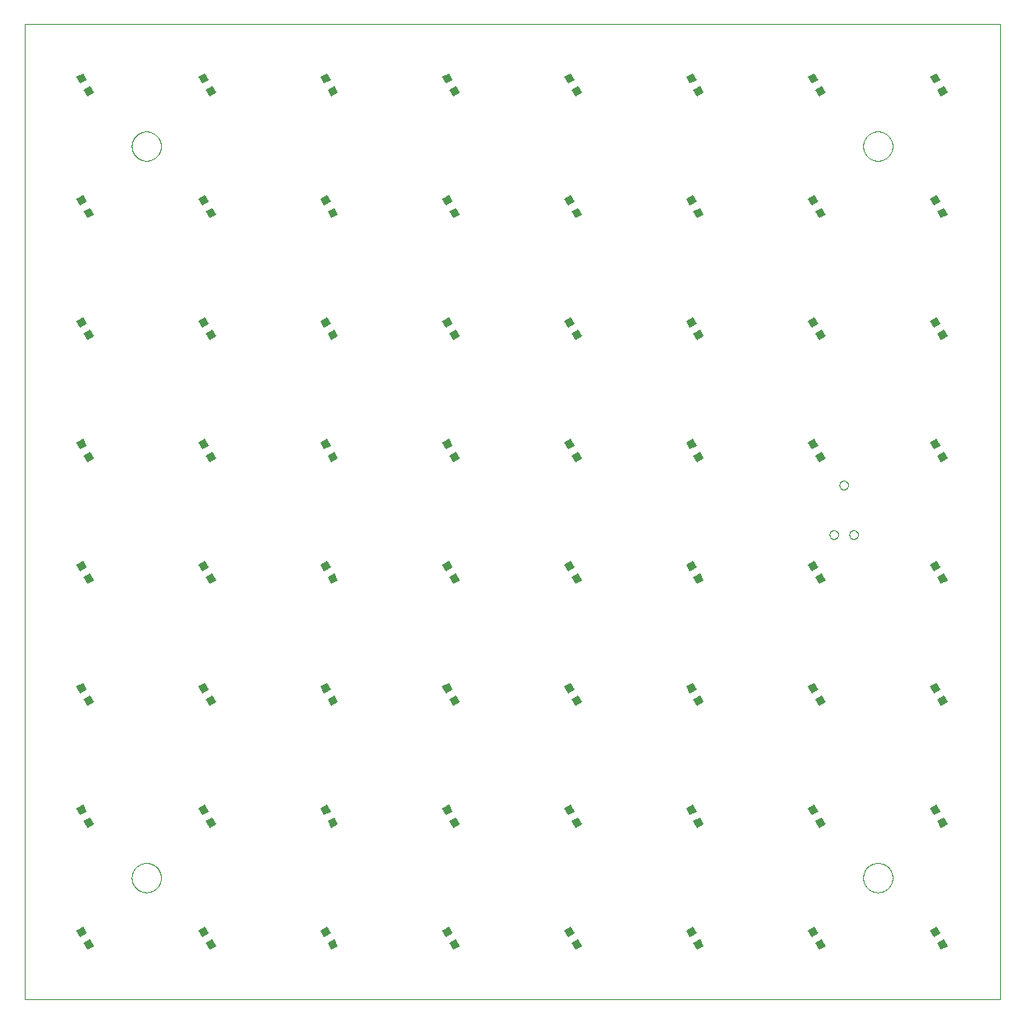
<source format=gbp>
G75*
%MOIN*%
%OFA0B0*%
%FSLAX25Y25*%
%IPPOS*%
%LPD*%
%AMOC8*
5,1,8,0,0,1.08239X$1,22.5*
%
%ADD10C,0.00000*%
%ADD11R,0.03150X0.03150*%
D10*
X0028775Y0011058D02*
X0028775Y0404759D01*
X0422476Y0404759D01*
X0422476Y0011058D01*
X0028775Y0011058D01*
X0072081Y0060271D02*
X0072083Y0060424D01*
X0072089Y0060578D01*
X0072099Y0060731D01*
X0072113Y0060883D01*
X0072131Y0061036D01*
X0072153Y0061187D01*
X0072178Y0061338D01*
X0072208Y0061489D01*
X0072242Y0061639D01*
X0072279Y0061787D01*
X0072320Y0061935D01*
X0072365Y0062081D01*
X0072414Y0062227D01*
X0072467Y0062371D01*
X0072523Y0062513D01*
X0072583Y0062654D01*
X0072647Y0062794D01*
X0072714Y0062932D01*
X0072785Y0063068D01*
X0072860Y0063202D01*
X0072937Y0063334D01*
X0073019Y0063464D01*
X0073103Y0063592D01*
X0073191Y0063718D01*
X0073282Y0063841D01*
X0073376Y0063962D01*
X0073474Y0064080D01*
X0073574Y0064196D01*
X0073678Y0064309D01*
X0073784Y0064420D01*
X0073893Y0064528D01*
X0074005Y0064633D01*
X0074119Y0064734D01*
X0074237Y0064833D01*
X0074356Y0064929D01*
X0074478Y0065022D01*
X0074603Y0065111D01*
X0074730Y0065198D01*
X0074859Y0065280D01*
X0074990Y0065360D01*
X0075123Y0065436D01*
X0075258Y0065509D01*
X0075395Y0065578D01*
X0075534Y0065643D01*
X0075674Y0065705D01*
X0075816Y0065763D01*
X0075959Y0065818D01*
X0076104Y0065869D01*
X0076250Y0065916D01*
X0076397Y0065959D01*
X0076545Y0065998D01*
X0076694Y0066034D01*
X0076844Y0066065D01*
X0076995Y0066093D01*
X0077146Y0066117D01*
X0077299Y0066137D01*
X0077451Y0066153D01*
X0077604Y0066165D01*
X0077757Y0066173D01*
X0077910Y0066177D01*
X0078064Y0066177D01*
X0078217Y0066173D01*
X0078370Y0066165D01*
X0078523Y0066153D01*
X0078675Y0066137D01*
X0078828Y0066117D01*
X0078979Y0066093D01*
X0079130Y0066065D01*
X0079280Y0066034D01*
X0079429Y0065998D01*
X0079577Y0065959D01*
X0079724Y0065916D01*
X0079870Y0065869D01*
X0080015Y0065818D01*
X0080158Y0065763D01*
X0080300Y0065705D01*
X0080440Y0065643D01*
X0080579Y0065578D01*
X0080716Y0065509D01*
X0080851Y0065436D01*
X0080984Y0065360D01*
X0081115Y0065280D01*
X0081244Y0065198D01*
X0081371Y0065111D01*
X0081496Y0065022D01*
X0081618Y0064929D01*
X0081737Y0064833D01*
X0081855Y0064734D01*
X0081969Y0064633D01*
X0082081Y0064528D01*
X0082190Y0064420D01*
X0082296Y0064309D01*
X0082400Y0064196D01*
X0082500Y0064080D01*
X0082598Y0063962D01*
X0082692Y0063841D01*
X0082783Y0063718D01*
X0082871Y0063592D01*
X0082955Y0063464D01*
X0083037Y0063334D01*
X0083114Y0063202D01*
X0083189Y0063068D01*
X0083260Y0062932D01*
X0083327Y0062794D01*
X0083391Y0062654D01*
X0083451Y0062513D01*
X0083507Y0062371D01*
X0083560Y0062227D01*
X0083609Y0062081D01*
X0083654Y0061935D01*
X0083695Y0061787D01*
X0083732Y0061639D01*
X0083766Y0061489D01*
X0083796Y0061338D01*
X0083821Y0061187D01*
X0083843Y0061036D01*
X0083861Y0060883D01*
X0083875Y0060731D01*
X0083885Y0060578D01*
X0083891Y0060424D01*
X0083893Y0060271D01*
X0083891Y0060118D01*
X0083885Y0059964D01*
X0083875Y0059811D01*
X0083861Y0059659D01*
X0083843Y0059506D01*
X0083821Y0059355D01*
X0083796Y0059204D01*
X0083766Y0059053D01*
X0083732Y0058903D01*
X0083695Y0058755D01*
X0083654Y0058607D01*
X0083609Y0058461D01*
X0083560Y0058315D01*
X0083507Y0058171D01*
X0083451Y0058029D01*
X0083391Y0057888D01*
X0083327Y0057748D01*
X0083260Y0057610D01*
X0083189Y0057474D01*
X0083114Y0057340D01*
X0083037Y0057208D01*
X0082955Y0057078D01*
X0082871Y0056950D01*
X0082783Y0056824D01*
X0082692Y0056701D01*
X0082598Y0056580D01*
X0082500Y0056462D01*
X0082400Y0056346D01*
X0082296Y0056233D01*
X0082190Y0056122D01*
X0082081Y0056014D01*
X0081969Y0055909D01*
X0081855Y0055808D01*
X0081737Y0055709D01*
X0081618Y0055613D01*
X0081496Y0055520D01*
X0081371Y0055431D01*
X0081244Y0055344D01*
X0081115Y0055262D01*
X0080984Y0055182D01*
X0080851Y0055106D01*
X0080716Y0055033D01*
X0080579Y0054964D01*
X0080440Y0054899D01*
X0080300Y0054837D01*
X0080158Y0054779D01*
X0080015Y0054724D01*
X0079870Y0054673D01*
X0079724Y0054626D01*
X0079577Y0054583D01*
X0079429Y0054544D01*
X0079280Y0054508D01*
X0079130Y0054477D01*
X0078979Y0054449D01*
X0078828Y0054425D01*
X0078675Y0054405D01*
X0078523Y0054389D01*
X0078370Y0054377D01*
X0078217Y0054369D01*
X0078064Y0054365D01*
X0077910Y0054365D01*
X0077757Y0054369D01*
X0077604Y0054377D01*
X0077451Y0054389D01*
X0077299Y0054405D01*
X0077146Y0054425D01*
X0076995Y0054449D01*
X0076844Y0054477D01*
X0076694Y0054508D01*
X0076545Y0054544D01*
X0076397Y0054583D01*
X0076250Y0054626D01*
X0076104Y0054673D01*
X0075959Y0054724D01*
X0075816Y0054779D01*
X0075674Y0054837D01*
X0075534Y0054899D01*
X0075395Y0054964D01*
X0075258Y0055033D01*
X0075123Y0055106D01*
X0074990Y0055182D01*
X0074859Y0055262D01*
X0074730Y0055344D01*
X0074603Y0055431D01*
X0074478Y0055520D01*
X0074356Y0055613D01*
X0074237Y0055709D01*
X0074119Y0055808D01*
X0074005Y0055909D01*
X0073893Y0056014D01*
X0073784Y0056122D01*
X0073678Y0056233D01*
X0073574Y0056346D01*
X0073474Y0056462D01*
X0073376Y0056580D01*
X0073282Y0056701D01*
X0073191Y0056824D01*
X0073103Y0056950D01*
X0073019Y0057078D01*
X0072937Y0057208D01*
X0072860Y0057340D01*
X0072785Y0057474D01*
X0072714Y0057610D01*
X0072647Y0057748D01*
X0072583Y0057888D01*
X0072523Y0058029D01*
X0072467Y0058171D01*
X0072414Y0058315D01*
X0072365Y0058461D01*
X0072320Y0058607D01*
X0072279Y0058755D01*
X0072242Y0058903D01*
X0072208Y0059053D01*
X0072178Y0059204D01*
X0072153Y0059355D01*
X0072131Y0059506D01*
X0072113Y0059659D01*
X0072099Y0059811D01*
X0072089Y0059964D01*
X0072083Y0060118D01*
X0072081Y0060271D01*
X0353733Y0198735D02*
X0353735Y0198818D01*
X0353741Y0198901D01*
X0353751Y0198984D01*
X0353765Y0199066D01*
X0353782Y0199148D01*
X0353804Y0199228D01*
X0353829Y0199307D01*
X0353858Y0199385D01*
X0353891Y0199462D01*
X0353928Y0199537D01*
X0353967Y0199610D01*
X0354011Y0199681D01*
X0354057Y0199750D01*
X0354107Y0199817D01*
X0354160Y0199881D01*
X0354216Y0199943D01*
X0354275Y0200002D01*
X0354337Y0200058D01*
X0354401Y0200111D01*
X0354468Y0200161D01*
X0354537Y0200207D01*
X0354608Y0200251D01*
X0354681Y0200290D01*
X0354756Y0200327D01*
X0354833Y0200360D01*
X0354911Y0200389D01*
X0354990Y0200414D01*
X0355070Y0200436D01*
X0355152Y0200453D01*
X0355234Y0200467D01*
X0355317Y0200477D01*
X0355400Y0200483D01*
X0355483Y0200485D01*
X0355566Y0200483D01*
X0355649Y0200477D01*
X0355732Y0200467D01*
X0355814Y0200453D01*
X0355896Y0200436D01*
X0355976Y0200414D01*
X0356055Y0200389D01*
X0356133Y0200360D01*
X0356210Y0200327D01*
X0356285Y0200290D01*
X0356358Y0200251D01*
X0356429Y0200207D01*
X0356498Y0200161D01*
X0356565Y0200111D01*
X0356629Y0200058D01*
X0356691Y0200002D01*
X0356750Y0199943D01*
X0356806Y0199881D01*
X0356859Y0199817D01*
X0356909Y0199750D01*
X0356955Y0199681D01*
X0356999Y0199610D01*
X0357038Y0199537D01*
X0357075Y0199462D01*
X0357108Y0199385D01*
X0357137Y0199307D01*
X0357162Y0199228D01*
X0357184Y0199148D01*
X0357201Y0199066D01*
X0357215Y0198984D01*
X0357225Y0198901D01*
X0357231Y0198818D01*
X0357233Y0198735D01*
X0357231Y0198652D01*
X0357225Y0198569D01*
X0357215Y0198486D01*
X0357201Y0198404D01*
X0357184Y0198322D01*
X0357162Y0198242D01*
X0357137Y0198163D01*
X0357108Y0198085D01*
X0357075Y0198008D01*
X0357038Y0197933D01*
X0356999Y0197860D01*
X0356955Y0197789D01*
X0356909Y0197720D01*
X0356859Y0197653D01*
X0356806Y0197589D01*
X0356750Y0197527D01*
X0356691Y0197468D01*
X0356629Y0197412D01*
X0356565Y0197359D01*
X0356498Y0197309D01*
X0356429Y0197263D01*
X0356358Y0197219D01*
X0356285Y0197180D01*
X0356210Y0197143D01*
X0356133Y0197110D01*
X0356055Y0197081D01*
X0355976Y0197056D01*
X0355896Y0197034D01*
X0355814Y0197017D01*
X0355732Y0197003D01*
X0355649Y0196993D01*
X0355566Y0196987D01*
X0355483Y0196985D01*
X0355400Y0196987D01*
X0355317Y0196993D01*
X0355234Y0197003D01*
X0355152Y0197017D01*
X0355070Y0197034D01*
X0354990Y0197056D01*
X0354911Y0197081D01*
X0354833Y0197110D01*
X0354756Y0197143D01*
X0354681Y0197180D01*
X0354608Y0197219D01*
X0354537Y0197263D01*
X0354468Y0197309D01*
X0354401Y0197359D01*
X0354337Y0197412D01*
X0354275Y0197468D01*
X0354216Y0197527D01*
X0354160Y0197589D01*
X0354107Y0197653D01*
X0354057Y0197720D01*
X0354011Y0197789D01*
X0353967Y0197860D01*
X0353928Y0197933D01*
X0353891Y0198008D01*
X0353858Y0198085D01*
X0353829Y0198163D01*
X0353804Y0198242D01*
X0353782Y0198322D01*
X0353765Y0198404D01*
X0353751Y0198486D01*
X0353741Y0198569D01*
X0353735Y0198652D01*
X0353733Y0198735D01*
X0361733Y0198735D02*
X0361735Y0198818D01*
X0361741Y0198901D01*
X0361751Y0198984D01*
X0361765Y0199066D01*
X0361782Y0199148D01*
X0361804Y0199228D01*
X0361829Y0199307D01*
X0361858Y0199385D01*
X0361891Y0199462D01*
X0361928Y0199537D01*
X0361967Y0199610D01*
X0362011Y0199681D01*
X0362057Y0199750D01*
X0362107Y0199817D01*
X0362160Y0199881D01*
X0362216Y0199943D01*
X0362275Y0200002D01*
X0362337Y0200058D01*
X0362401Y0200111D01*
X0362468Y0200161D01*
X0362537Y0200207D01*
X0362608Y0200251D01*
X0362681Y0200290D01*
X0362756Y0200327D01*
X0362833Y0200360D01*
X0362911Y0200389D01*
X0362990Y0200414D01*
X0363070Y0200436D01*
X0363152Y0200453D01*
X0363234Y0200467D01*
X0363317Y0200477D01*
X0363400Y0200483D01*
X0363483Y0200485D01*
X0363566Y0200483D01*
X0363649Y0200477D01*
X0363732Y0200467D01*
X0363814Y0200453D01*
X0363896Y0200436D01*
X0363976Y0200414D01*
X0364055Y0200389D01*
X0364133Y0200360D01*
X0364210Y0200327D01*
X0364285Y0200290D01*
X0364358Y0200251D01*
X0364429Y0200207D01*
X0364498Y0200161D01*
X0364565Y0200111D01*
X0364629Y0200058D01*
X0364691Y0200002D01*
X0364750Y0199943D01*
X0364806Y0199881D01*
X0364859Y0199817D01*
X0364909Y0199750D01*
X0364955Y0199681D01*
X0364999Y0199610D01*
X0365038Y0199537D01*
X0365075Y0199462D01*
X0365108Y0199385D01*
X0365137Y0199307D01*
X0365162Y0199228D01*
X0365184Y0199148D01*
X0365201Y0199066D01*
X0365215Y0198984D01*
X0365225Y0198901D01*
X0365231Y0198818D01*
X0365233Y0198735D01*
X0365231Y0198652D01*
X0365225Y0198569D01*
X0365215Y0198486D01*
X0365201Y0198404D01*
X0365184Y0198322D01*
X0365162Y0198242D01*
X0365137Y0198163D01*
X0365108Y0198085D01*
X0365075Y0198008D01*
X0365038Y0197933D01*
X0364999Y0197860D01*
X0364955Y0197789D01*
X0364909Y0197720D01*
X0364859Y0197653D01*
X0364806Y0197589D01*
X0364750Y0197527D01*
X0364691Y0197468D01*
X0364629Y0197412D01*
X0364565Y0197359D01*
X0364498Y0197309D01*
X0364429Y0197263D01*
X0364358Y0197219D01*
X0364285Y0197180D01*
X0364210Y0197143D01*
X0364133Y0197110D01*
X0364055Y0197081D01*
X0363976Y0197056D01*
X0363896Y0197034D01*
X0363814Y0197017D01*
X0363732Y0197003D01*
X0363649Y0196993D01*
X0363566Y0196987D01*
X0363483Y0196985D01*
X0363400Y0196987D01*
X0363317Y0196993D01*
X0363234Y0197003D01*
X0363152Y0197017D01*
X0363070Y0197034D01*
X0362990Y0197056D01*
X0362911Y0197081D01*
X0362833Y0197110D01*
X0362756Y0197143D01*
X0362681Y0197180D01*
X0362608Y0197219D01*
X0362537Y0197263D01*
X0362468Y0197309D01*
X0362401Y0197359D01*
X0362337Y0197412D01*
X0362275Y0197468D01*
X0362216Y0197527D01*
X0362160Y0197589D01*
X0362107Y0197653D01*
X0362057Y0197720D01*
X0362011Y0197789D01*
X0361967Y0197860D01*
X0361928Y0197933D01*
X0361891Y0198008D01*
X0361858Y0198085D01*
X0361829Y0198163D01*
X0361804Y0198242D01*
X0361782Y0198322D01*
X0361765Y0198404D01*
X0361751Y0198486D01*
X0361741Y0198569D01*
X0361735Y0198652D01*
X0361733Y0198735D01*
X0357733Y0218735D02*
X0357735Y0218818D01*
X0357741Y0218901D01*
X0357751Y0218984D01*
X0357765Y0219066D01*
X0357782Y0219148D01*
X0357804Y0219228D01*
X0357829Y0219307D01*
X0357858Y0219385D01*
X0357891Y0219462D01*
X0357928Y0219537D01*
X0357967Y0219610D01*
X0358011Y0219681D01*
X0358057Y0219750D01*
X0358107Y0219817D01*
X0358160Y0219881D01*
X0358216Y0219943D01*
X0358275Y0220002D01*
X0358337Y0220058D01*
X0358401Y0220111D01*
X0358468Y0220161D01*
X0358537Y0220207D01*
X0358608Y0220251D01*
X0358681Y0220290D01*
X0358756Y0220327D01*
X0358833Y0220360D01*
X0358911Y0220389D01*
X0358990Y0220414D01*
X0359070Y0220436D01*
X0359152Y0220453D01*
X0359234Y0220467D01*
X0359317Y0220477D01*
X0359400Y0220483D01*
X0359483Y0220485D01*
X0359566Y0220483D01*
X0359649Y0220477D01*
X0359732Y0220467D01*
X0359814Y0220453D01*
X0359896Y0220436D01*
X0359976Y0220414D01*
X0360055Y0220389D01*
X0360133Y0220360D01*
X0360210Y0220327D01*
X0360285Y0220290D01*
X0360358Y0220251D01*
X0360429Y0220207D01*
X0360498Y0220161D01*
X0360565Y0220111D01*
X0360629Y0220058D01*
X0360691Y0220002D01*
X0360750Y0219943D01*
X0360806Y0219881D01*
X0360859Y0219817D01*
X0360909Y0219750D01*
X0360955Y0219681D01*
X0360999Y0219610D01*
X0361038Y0219537D01*
X0361075Y0219462D01*
X0361108Y0219385D01*
X0361137Y0219307D01*
X0361162Y0219228D01*
X0361184Y0219148D01*
X0361201Y0219066D01*
X0361215Y0218984D01*
X0361225Y0218901D01*
X0361231Y0218818D01*
X0361233Y0218735D01*
X0361231Y0218652D01*
X0361225Y0218569D01*
X0361215Y0218486D01*
X0361201Y0218404D01*
X0361184Y0218322D01*
X0361162Y0218242D01*
X0361137Y0218163D01*
X0361108Y0218085D01*
X0361075Y0218008D01*
X0361038Y0217933D01*
X0360999Y0217860D01*
X0360955Y0217789D01*
X0360909Y0217720D01*
X0360859Y0217653D01*
X0360806Y0217589D01*
X0360750Y0217527D01*
X0360691Y0217468D01*
X0360629Y0217412D01*
X0360565Y0217359D01*
X0360498Y0217309D01*
X0360429Y0217263D01*
X0360358Y0217219D01*
X0360285Y0217180D01*
X0360210Y0217143D01*
X0360133Y0217110D01*
X0360055Y0217081D01*
X0359976Y0217056D01*
X0359896Y0217034D01*
X0359814Y0217017D01*
X0359732Y0217003D01*
X0359649Y0216993D01*
X0359566Y0216987D01*
X0359483Y0216985D01*
X0359400Y0216987D01*
X0359317Y0216993D01*
X0359234Y0217003D01*
X0359152Y0217017D01*
X0359070Y0217034D01*
X0358990Y0217056D01*
X0358911Y0217081D01*
X0358833Y0217110D01*
X0358756Y0217143D01*
X0358681Y0217180D01*
X0358608Y0217219D01*
X0358537Y0217263D01*
X0358468Y0217309D01*
X0358401Y0217359D01*
X0358337Y0217412D01*
X0358275Y0217468D01*
X0358216Y0217527D01*
X0358160Y0217589D01*
X0358107Y0217653D01*
X0358057Y0217720D01*
X0358011Y0217789D01*
X0357967Y0217860D01*
X0357928Y0217933D01*
X0357891Y0218008D01*
X0357858Y0218085D01*
X0357829Y0218163D01*
X0357804Y0218242D01*
X0357782Y0218322D01*
X0357765Y0218404D01*
X0357751Y0218486D01*
X0357741Y0218569D01*
X0357735Y0218652D01*
X0357733Y0218735D01*
X0367357Y0355546D02*
X0367359Y0355699D01*
X0367365Y0355853D01*
X0367375Y0356006D01*
X0367389Y0356158D01*
X0367407Y0356311D01*
X0367429Y0356462D01*
X0367454Y0356613D01*
X0367484Y0356764D01*
X0367518Y0356914D01*
X0367555Y0357062D01*
X0367596Y0357210D01*
X0367641Y0357356D01*
X0367690Y0357502D01*
X0367743Y0357646D01*
X0367799Y0357788D01*
X0367859Y0357929D01*
X0367923Y0358069D01*
X0367990Y0358207D01*
X0368061Y0358343D01*
X0368136Y0358477D01*
X0368213Y0358609D01*
X0368295Y0358739D01*
X0368379Y0358867D01*
X0368467Y0358993D01*
X0368558Y0359116D01*
X0368652Y0359237D01*
X0368750Y0359355D01*
X0368850Y0359471D01*
X0368954Y0359584D01*
X0369060Y0359695D01*
X0369169Y0359803D01*
X0369281Y0359908D01*
X0369395Y0360009D01*
X0369513Y0360108D01*
X0369632Y0360204D01*
X0369754Y0360297D01*
X0369879Y0360386D01*
X0370006Y0360473D01*
X0370135Y0360555D01*
X0370266Y0360635D01*
X0370399Y0360711D01*
X0370534Y0360784D01*
X0370671Y0360853D01*
X0370810Y0360918D01*
X0370950Y0360980D01*
X0371092Y0361038D01*
X0371235Y0361093D01*
X0371380Y0361144D01*
X0371526Y0361191D01*
X0371673Y0361234D01*
X0371821Y0361273D01*
X0371970Y0361309D01*
X0372120Y0361340D01*
X0372271Y0361368D01*
X0372422Y0361392D01*
X0372575Y0361412D01*
X0372727Y0361428D01*
X0372880Y0361440D01*
X0373033Y0361448D01*
X0373186Y0361452D01*
X0373340Y0361452D01*
X0373493Y0361448D01*
X0373646Y0361440D01*
X0373799Y0361428D01*
X0373951Y0361412D01*
X0374104Y0361392D01*
X0374255Y0361368D01*
X0374406Y0361340D01*
X0374556Y0361309D01*
X0374705Y0361273D01*
X0374853Y0361234D01*
X0375000Y0361191D01*
X0375146Y0361144D01*
X0375291Y0361093D01*
X0375434Y0361038D01*
X0375576Y0360980D01*
X0375716Y0360918D01*
X0375855Y0360853D01*
X0375992Y0360784D01*
X0376127Y0360711D01*
X0376260Y0360635D01*
X0376391Y0360555D01*
X0376520Y0360473D01*
X0376647Y0360386D01*
X0376772Y0360297D01*
X0376894Y0360204D01*
X0377013Y0360108D01*
X0377131Y0360009D01*
X0377245Y0359908D01*
X0377357Y0359803D01*
X0377466Y0359695D01*
X0377572Y0359584D01*
X0377676Y0359471D01*
X0377776Y0359355D01*
X0377874Y0359237D01*
X0377968Y0359116D01*
X0378059Y0358993D01*
X0378147Y0358867D01*
X0378231Y0358739D01*
X0378313Y0358609D01*
X0378390Y0358477D01*
X0378465Y0358343D01*
X0378536Y0358207D01*
X0378603Y0358069D01*
X0378667Y0357929D01*
X0378727Y0357788D01*
X0378783Y0357646D01*
X0378836Y0357502D01*
X0378885Y0357356D01*
X0378930Y0357210D01*
X0378971Y0357062D01*
X0379008Y0356914D01*
X0379042Y0356764D01*
X0379072Y0356613D01*
X0379097Y0356462D01*
X0379119Y0356311D01*
X0379137Y0356158D01*
X0379151Y0356006D01*
X0379161Y0355853D01*
X0379167Y0355699D01*
X0379169Y0355546D01*
X0379167Y0355393D01*
X0379161Y0355239D01*
X0379151Y0355086D01*
X0379137Y0354934D01*
X0379119Y0354781D01*
X0379097Y0354630D01*
X0379072Y0354479D01*
X0379042Y0354328D01*
X0379008Y0354178D01*
X0378971Y0354030D01*
X0378930Y0353882D01*
X0378885Y0353736D01*
X0378836Y0353590D01*
X0378783Y0353446D01*
X0378727Y0353304D01*
X0378667Y0353163D01*
X0378603Y0353023D01*
X0378536Y0352885D01*
X0378465Y0352749D01*
X0378390Y0352615D01*
X0378313Y0352483D01*
X0378231Y0352353D01*
X0378147Y0352225D01*
X0378059Y0352099D01*
X0377968Y0351976D01*
X0377874Y0351855D01*
X0377776Y0351737D01*
X0377676Y0351621D01*
X0377572Y0351508D01*
X0377466Y0351397D01*
X0377357Y0351289D01*
X0377245Y0351184D01*
X0377131Y0351083D01*
X0377013Y0350984D01*
X0376894Y0350888D01*
X0376772Y0350795D01*
X0376647Y0350706D01*
X0376520Y0350619D01*
X0376391Y0350537D01*
X0376260Y0350457D01*
X0376127Y0350381D01*
X0375992Y0350308D01*
X0375855Y0350239D01*
X0375716Y0350174D01*
X0375576Y0350112D01*
X0375434Y0350054D01*
X0375291Y0349999D01*
X0375146Y0349948D01*
X0375000Y0349901D01*
X0374853Y0349858D01*
X0374705Y0349819D01*
X0374556Y0349783D01*
X0374406Y0349752D01*
X0374255Y0349724D01*
X0374104Y0349700D01*
X0373951Y0349680D01*
X0373799Y0349664D01*
X0373646Y0349652D01*
X0373493Y0349644D01*
X0373340Y0349640D01*
X0373186Y0349640D01*
X0373033Y0349644D01*
X0372880Y0349652D01*
X0372727Y0349664D01*
X0372575Y0349680D01*
X0372422Y0349700D01*
X0372271Y0349724D01*
X0372120Y0349752D01*
X0371970Y0349783D01*
X0371821Y0349819D01*
X0371673Y0349858D01*
X0371526Y0349901D01*
X0371380Y0349948D01*
X0371235Y0349999D01*
X0371092Y0350054D01*
X0370950Y0350112D01*
X0370810Y0350174D01*
X0370671Y0350239D01*
X0370534Y0350308D01*
X0370399Y0350381D01*
X0370266Y0350457D01*
X0370135Y0350537D01*
X0370006Y0350619D01*
X0369879Y0350706D01*
X0369754Y0350795D01*
X0369632Y0350888D01*
X0369513Y0350984D01*
X0369395Y0351083D01*
X0369281Y0351184D01*
X0369169Y0351289D01*
X0369060Y0351397D01*
X0368954Y0351508D01*
X0368850Y0351621D01*
X0368750Y0351737D01*
X0368652Y0351855D01*
X0368558Y0351976D01*
X0368467Y0352099D01*
X0368379Y0352225D01*
X0368295Y0352353D01*
X0368213Y0352483D01*
X0368136Y0352615D01*
X0368061Y0352749D01*
X0367990Y0352885D01*
X0367923Y0353023D01*
X0367859Y0353163D01*
X0367799Y0353304D01*
X0367743Y0353446D01*
X0367690Y0353590D01*
X0367641Y0353736D01*
X0367596Y0353882D01*
X0367555Y0354030D01*
X0367518Y0354178D01*
X0367484Y0354328D01*
X0367454Y0354479D01*
X0367429Y0354630D01*
X0367407Y0354781D01*
X0367389Y0354934D01*
X0367375Y0355086D01*
X0367365Y0355239D01*
X0367359Y0355393D01*
X0367357Y0355546D01*
X0072081Y0355546D02*
X0072083Y0355699D01*
X0072089Y0355853D01*
X0072099Y0356006D01*
X0072113Y0356158D01*
X0072131Y0356311D01*
X0072153Y0356462D01*
X0072178Y0356613D01*
X0072208Y0356764D01*
X0072242Y0356914D01*
X0072279Y0357062D01*
X0072320Y0357210D01*
X0072365Y0357356D01*
X0072414Y0357502D01*
X0072467Y0357646D01*
X0072523Y0357788D01*
X0072583Y0357929D01*
X0072647Y0358069D01*
X0072714Y0358207D01*
X0072785Y0358343D01*
X0072860Y0358477D01*
X0072937Y0358609D01*
X0073019Y0358739D01*
X0073103Y0358867D01*
X0073191Y0358993D01*
X0073282Y0359116D01*
X0073376Y0359237D01*
X0073474Y0359355D01*
X0073574Y0359471D01*
X0073678Y0359584D01*
X0073784Y0359695D01*
X0073893Y0359803D01*
X0074005Y0359908D01*
X0074119Y0360009D01*
X0074237Y0360108D01*
X0074356Y0360204D01*
X0074478Y0360297D01*
X0074603Y0360386D01*
X0074730Y0360473D01*
X0074859Y0360555D01*
X0074990Y0360635D01*
X0075123Y0360711D01*
X0075258Y0360784D01*
X0075395Y0360853D01*
X0075534Y0360918D01*
X0075674Y0360980D01*
X0075816Y0361038D01*
X0075959Y0361093D01*
X0076104Y0361144D01*
X0076250Y0361191D01*
X0076397Y0361234D01*
X0076545Y0361273D01*
X0076694Y0361309D01*
X0076844Y0361340D01*
X0076995Y0361368D01*
X0077146Y0361392D01*
X0077299Y0361412D01*
X0077451Y0361428D01*
X0077604Y0361440D01*
X0077757Y0361448D01*
X0077910Y0361452D01*
X0078064Y0361452D01*
X0078217Y0361448D01*
X0078370Y0361440D01*
X0078523Y0361428D01*
X0078675Y0361412D01*
X0078828Y0361392D01*
X0078979Y0361368D01*
X0079130Y0361340D01*
X0079280Y0361309D01*
X0079429Y0361273D01*
X0079577Y0361234D01*
X0079724Y0361191D01*
X0079870Y0361144D01*
X0080015Y0361093D01*
X0080158Y0361038D01*
X0080300Y0360980D01*
X0080440Y0360918D01*
X0080579Y0360853D01*
X0080716Y0360784D01*
X0080851Y0360711D01*
X0080984Y0360635D01*
X0081115Y0360555D01*
X0081244Y0360473D01*
X0081371Y0360386D01*
X0081496Y0360297D01*
X0081618Y0360204D01*
X0081737Y0360108D01*
X0081855Y0360009D01*
X0081969Y0359908D01*
X0082081Y0359803D01*
X0082190Y0359695D01*
X0082296Y0359584D01*
X0082400Y0359471D01*
X0082500Y0359355D01*
X0082598Y0359237D01*
X0082692Y0359116D01*
X0082783Y0358993D01*
X0082871Y0358867D01*
X0082955Y0358739D01*
X0083037Y0358609D01*
X0083114Y0358477D01*
X0083189Y0358343D01*
X0083260Y0358207D01*
X0083327Y0358069D01*
X0083391Y0357929D01*
X0083451Y0357788D01*
X0083507Y0357646D01*
X0083560Y0357502D01*
X0083609Y0357356D01*
X0083654Y0357210D01*
X0083695Y0357062D01*
X0083732Y0356914D01*
X0083766Y0356764D01*
X0083796Y0356613D01*
X0083821Y0356462D01*
X0083843Y0356311D01*
X0083861Y0356158D01*
X0083875Y0356006D01*
X0083885Y0355853D01*
X0083891Y0355699D01*
X0083893Y0355546D01*
X0083891Y0355393D01*
X0083885Y0355239D01*
X0083875Y0355086D01*
X0083861Y0354934D01*
X0083843Y0354781D01*
X0083821Y0354630D01*
X0083796Y0354479D01*
X0083766Y0354328D01*
X0083732Y0354178D01*
X0083695Y0354030D01*
X0083654Y0353882D01*
X0083609Y0353736D01*
X0083560Y0353590D01*
X0083507Y0353446D01*
X0083451Y0353304D01*
X0083391Y0353163D01*
X0083327Y0353023D01*
X0083260Y0352885D01*
X0083189Y0352749D01*
X0083114Y0352615D01*
X0083037Y0352483D01*
X0082955Y0352353D01*
X0082871Y0352225D01*
X0082783Y0352099D01*
X0082692Y0351976D01*
X0082598Y0351855D01*
X0082500Y0351737D01*
X0082400Y0351621D01*
X0082296Y0351508D01*
X0082190Y0351397D01*
X0082081Y0351289D01*
X0081969Y0351184D01*
X0081855Y0351083D01*
X0081737Y0350984D01*
X0081618Y0350888D01*
X0081496Y0350795D01*
X0081371Y0350706D01*
X0081244Y0350619D01*
X0081115Y0350537D01*
X0080984Y0350457D01*
X0080851Y0350381D01*
X0080716Y0350308D01*
X0080579Y0350239D01*
X0080440Y0350174D01*
X0080300Y0350112D01*
X0080158Y0350054D01*
X0080015Y0349999D01*
X0079870Y0349948D01*
X0079724Y0349901D01*
X0079577Y0349858D01*
X0079429Y0349819D01*
X0079280Y0349783D01*
X0079130Y0349752D01*
X0078979Y0349724D01*
X0078828Y0349700D01*
X0078675Y0349680D01*
X0078523Y0349664D01*
X0078370Y0349652D01*
X0078217Y0349644D01*
X0078064Y0349640D01*
X0077910Y0349640D01*
X0077757Y0349644D01*
X0077604Y0349652D01*
X0077451Y0349664D01*
X0077299Y0349680D01*
X0077146Y0349700D01*
X0076995Y0349724D01*
X0076844Y0349752D01*
X0076694Y0349783D01*
X0076545Y0349819D01*
X0076397Y0349858D01*
X0076250Y0349901D01*
X0076104Y0349948D01*
X0075959Y0349999D01*
X0075816Y0350054D01*
X0075674Y0350112D01*
X0075534Y0350174D01*
X0075395Y0350239D01*
X0075258Y0350308D01*
X0075123Y0350381D01*
X0074990Y0350457D01*
X0074859Y0350537D01*
X0074730Y0350619D01*
X0074603Y0350706D01*
X0074478Y0350795D01*
X0074356Y0350888D01*
X0074237Y0350984D01*
X0074119Y0351083D01*
X0074005Y0351184D01*
X0073893Y0351289D01*
X0073784Y0351397D01*
X0073678Y0351508D01*
X0073574Y0351621D01*
X0073474Y0351737D01*
X0073376Y0351855D01*
X0073282Y0351976D01*
X0073191Y0352099D01*
X0073103Y0352225D01*
X0073019Y0352353D01*
X0072937Y0352483D01*
X0072860Y0352615D01*
X0072785Y0352749D01*
X0072714Y0352885D01*
X0072647Y0353023D01*
X0072583Y0353163D01*
X0072523Y0353304D01*
X0072467Y0353446D01*
X0072414Y0353590D01*
X0072365Y0353736D01*
X0072320Y0353882D01*
X0072279Y0354030D01*
X0072242Y0354178D01*
X0072208Y0354328D01*
X0072178Y0354479D01*
X0072153Y0354630D01*
X0072131Y0354781D01*
X0072113Y0354934D01*
X0072099Y0355086D01*
X0072089Y0355239D01*
X0072083Y0355393D01*
X0072081Y0355546D01*
X0367357Y0060271D02*
X0367359Y0060424D01*
X0367365Y0060578D01*
X0367375Y0060731D01*
X0367389Y0060883D01*
X0367407Y0061036D01*
X0367429Y0061187D01*
X0367454Y0061338D01*
X0367484Y0061489D01*
X0367518Y0061639D01*
X0367555Y0061787D01*
X0367596Y0061935D01*
X0367641Y0062081D01*
X0367690Y0062227D01*
X0367743Y0062371D01*
X0367799Y0062513D01*
X0367859Y0062654D01*
X0367923Y0062794D01*
X0367990Y0062932D01*
X0368061Y0063068D01*
X0368136Y0063202D01*
X0368213Y0063334D01*
X0368295Y0063464D01*
X0368379Y0063592D01*
X0368467Y0063718D01*
X0368558Y0063841D01*
X0368652Y0063962D01*
X0368750Y0064080D01*
X0368850Y0064196D01*
X0368954Y0064309D01*
X0369060Y0064420D01*
X0369169Y0064528D01*
X0369281Y0064633D01*
X0369395Y0064734D01*
X0369513Y0064833D01*
X0369632Y0064929D01*
X0369754Y0065022D01*
X0369879Y0065111D01*
X0370006Y0065198D01*
X0370135Y0065280D01*
X0370266Y0065360D01*
X0370399Y0065436D01*
X0370534Y0065509D01*
X0370671Y0065578D01*
X0370810Y0065643D01*
X0370950Y0065705D01*
X0371092Y0065763D01*
X0371235Y0065818D01*
X0371380Y0065869D01*
X0371526Y0065916D01*
X0371673Y0065959D01*
X0371821Y0065998D01*
X0371970Y0066034D01*
X0372120Y0066065D01*
X0372271Y0066093D01*
X0372422Y0066117D01*
X0372575Y0066137D01*
X0372727Y0066153D01*
X0372880Y0066165D01*
X0373033Y0066173D01*
X0373186Y0066177D01*
X0373340Y0066177D01*
X0373493Y0066173D01*
X0373646Y0066165D01*
X0373799Y0066153D01*
X0373951Y0066137D01*
X0374104Y0066117D01*
X0374255Y0066093D01*
X0374406Y0066065D01*
X0374556Y0066034D01*
X0374705Y0065998D01*
X0374853Y0065959D01*
X0375000Y0065916D01*
X0375146Y0065869D01*
X0375291Y0065818D01*
X0375434Y0065763D01*
X0375576Y0065705D01*
X0375716Y0065643D01*
X0375855Y0065578D01*
X0375992Y0065509D01*
X0376127Y0065436D01*
X0376260Y0065360D01*
X0376391Y0065280D01*
X0376520Y0065198D01*
X0376647Y0065111D01*
X0376772Y0065022D01*
X0376894Y0064929D01*
X0377013Y0064833D01*
X0377131Y0064734D01*
X0377245Y0064633D01*
X0377357Y0064528D01*
X0377466Y0064420D01*
X0377572Y0064309D01*
X0377676Y0064196D01*
X0377776Y0064080D01*
X0377874Y0063962D01*
X0377968Y0063841D01*
X0378059Y0063718D01*
X0378147Y0063592D01*
X0378231Y0063464D01*
X0378313Y0063334D01*
X0378390Y0063202D01*
X0378465Y0063068D01*
X0378536Y0062932D01*
X0378603Y0062794D01*
X0378667Y0062654D01*
X0378727Y0062513D01*
X0378783Y0062371D01*
X0378836Y0062227D01*
X0378885Y0062081D01*
X0378930Y0061935D01*
X0378971Y0061787D01*
X0379008Y0061639D01*
X0379042Y0061489D01*
X0379072Y0061338D01*
X0379097Y0061187D01*
X0379119Y0061036D01*
X0379137Y0060883D01*
X0379151Y0060731D01*
X0379161Y0060578D01*
X0379167Y0060424D01*
X0379169Y0060271D01*
X0379167Y0060118D01*
X0379161Y0059964D01*
X0379151Y0059811D01*
X0379137Y0059659D01*
X0379119Y0059506D01*
X0379097Y0059355D01*
X0379072Y0059204D01*
X0379042Y0059053D01*
X0379008Y0058903D01*
X0378971Y0058755D01*
X0378930Y0058607D01*
X0378885Y0058461D01*
X0378836Y0058315D01*
X0378783Y0058171D01*
X0378727Y0058029D01*
X0378667Y0057888D01*
X0378603Y0057748D01*
X0378536Y0057610D01*
X0378465Y0057474D01*
X0378390Y0057340D01*
X0378313Y0057208D01*
X0378231Y0057078D01*
X0378147Y0056950D01*
X0378059Y0056824D01*
X0377968Y0056701D01*
X0377874Y0056580D01*
X0377776Y0056462D01*
X0377676Y0056346D01*
X0377572Y0056233D01*
X0377466Y0056122D01*
X0377357Y0056014D01*
X0377245Y0055909D01*
X0377131Y0055808D01*
X0377013Y0055709D01*
X0376894Y0055613D01*
X0376772Y0055520D01*
X0376647Y0055431D01*
X0376520Y0055344D01*
X0376391Y0055262D01*
X0376260Y0055182D01*
X0376127Y0055106D01*
X0375992Y0055033D01*
X0375855Y0054964D01*
X0375716Y0054899D01*
X0375576Y0054837D01*
X0375434Y0054779D01*
X0375291Y0054724D01*
X0375146Y0054673D01*
X0375000Y0054626D01*
X0374853Y0054583D01*
X0374705Y0054544D01*
X0374556Y0054508D01*
X0374406Y0054477D01*
X0374255Y0054449D01*
X0374104Y0054425D01*
X0373951Y0054405D01*
X0373799Y0054389D01*
X0373646Y0054377D01*
X0373493Y0054369D01*
X0373340Y0054365D01*
X0373186Y0054365D01*
X0373033Y0054369D01*
X0372880Y0054377D01*
X0372727Y0054389D01*
X0372575Y0054405D01*
X0372422Y0054425D01*
X0372271Y0054449D01*
X0372120Y0054477D01*
X0371970Y0054508D01*
X0371821Y0054544D01*
X0371673Y0054583D01*
X0371526Y0054626D01*
X0371380Y0054673D01*
X0371235Y0054724D01*
X0371092Y0054779D01*
X0370950Y0054837D01*
X0370810Y0054899D01*
X0370671Y0054964D01*
X0370534Y0055033D01*
X0370399Y0055106D01*
X0370266Y0055182D01*
X0370135Y0055262D01*
X0370006Y0055344D01*
X0369879Y0055431D01*
X0369754Y0055520D01*
X0369632Y0055613D01*
X0369513Y0055709D01*
X0369395Y0055808D01*
X0369281Y0055909D01*
X0369169Y0056014D01*
X0369060Y0056122D01*
X0368954Y0056233D01*
X0368850Y0056346D01*
X0368750Y0056462D01*
X0368652Y0056580D01*
X0368558Y0056701D01*
X0368467Y0056824D01*
X0368379Y0056950D01*
X0368295Y0057078D01*
X0368213Y0057208D01*
X0368136Y0057340D01*
X0368061Y0057474D01*
X0367990Y0057610D01*
X0367923Y0057748D01*
X0367859Y0057888D01*
X0367799Y0058029D01*
X0367743Y0058171D01*
X0367690Y0058315D01*
X0367641Y0058461D01*
X0367596Y0058607D01*
X0367555Y0058755D01*
X0367518Y0058903D01*
X0367484Y0059053D01*
X0367454Y0059204D01*
X0367429Y0059355D01*
X0367407Y0059506D01*
X0367389Y0059659D01*
X0367375Y0059811D01*
X0367365Y0059964D01*
X0367359Y0060118D01*
X0367357Y0060271D01*
D11*
G36*
X0345020Y0038958D02*
X0347747Y0040533D01*
X0349322Y0037806D01*
X0346595Y0036231D01*
X0345020Y0038958D01*
G37*
G36*
X0347972Y0033844D02*
X0350699Y0035419D01*
X0352274Y0032692D01*
X0349547Y0031117D01*
X0347972Y0033844D01*
G37*
G36*
X0298760Y0033844D02*
X0301487Y0035419D01*
X0303062Y0032692D01*
X0300335Y0031117D01*
X0298760Y0033844D01*
G37*
G36*
X0295807Y0038958D02*
X0298534Y0040533D01*
X0300109Y0037806D01*
X0297382Y0036231D01*
X0295807Y0038958D01*
G37*
G36*
X0249547Y0033844D02*
X0252274Y0035419D01*
X0253849Y0032692D01*
X0251122Y0031117D01*
X0249547Y0033844D01*
G37*
G36*
X0246594Y0038958D02*
X0249321Y0040533D01*
X0250896Y0037806D01*
X0248169Y0036231D01*
X0246594Y0038958D01*
G37*
G36*
X0200335Y0033844D02*
X0203062Y0035419D01*
X0204637Y0032692D01*
X0201910Y0031117D01*
X0200335Y0033844D01*
G37*
G36*
X0197382Y0038958D02*
X0200109Y0040533D01*
X0201684Y0037806D01*
X0198957Y0036231D01*
X0197382Y0038958D01*
G37*
G36*
X0200335Y0083056D02*
X0203062Y0084631D01*
X0204637Y0081904D01*
X0201910Y0080329D01*
X0200335Y0083056D01*
G37*
G36*
X0197382Y0088171D02*
X0200109Y0089746D01*
X0201684Y0087019D01*
X0198957Y0085444D01*
X0197382Y0088171D01*
G37*
G36*
X0200335Y0132269D02*
X0203062Y0133844D01*
X0204637Y0131117D01*
X0201910Y0129542D01*
X0200335Y0132269D01*
G37*
G36*
X0197382Y0137383D02*
X0200109Y0138958D01*
X0201684Y0136231D01*
X0198957Y0134656D01*
X0197382Y0137383D01*
G37*
G36*
X0200335Y0181481D02*
X0203062Y0183056D01*
X0204637Y0180329D01*
X0201910Y0178754D01*
X0200335Y0181481D01*
G37*
G36*
X0197382Y0186596D02*
X0200109Y0188171D01*
X0201684Y0185444D01*
X0198957Y0183869D01*
X0197382Y0186596D01*
G37*
G36*
X0200335Y0230694D02*
X0203062Y0232269D01*
X0204637Y0229542D01*
X0201910Y0227967D01*
X0200335Y0230694D01*
G37*
G36*
X0197382Y0235808D02*
X0200109Y0237383D01*
X0201684Y0234656D01*
X0198957Y0233081D01*
X0197382Y0235808D01*
G37*
G36*
X0200335Y0279907D02*
X0203062Y0281482D01*
X0204637Y0278755D01*
X0201910Y0277180D01*
X0200335Y0279907D01*
G37*
G36*
X0197382Y0285021D02*
X0200109Y0286596D01*
X0201684Y0283869D01*
X0198957Y0282294D01*
X0197382Y0285021D01*
G37*
G36*
X0200335Y0329119D02*
X0203062Y0330694D01*
X0204637Y0327967D01*
X0201910Y0326392D01*
X0200335Y0329119D01*
G37*
G36*
X0197382Y0334234D02*
X0200109Y0335809D01*
X0201684Y0333082D01*
X0198957Y0331507D01*
X0197382Y0334234D01*
G37*
G36*
X0200335Y0378332D02*
X0203062Y0379907D01*
X0204637Y0377180D01*
X0201910Y0375605D01*
X0200335Y0378332D01*
G37*
G36*
X0197382Y0383446D02*
X0200109Y0385021D01*
X0201684Y0382294D01*
X0198957Y0380719D01*
X0197382Y0383446D01*
G37*
G36*
X0151122Y0378332D02*
X0153849Y0379907D01*
X0155424Y0377180D01*
X0152697Y0375605D01*
X0151122Y0378332D01*
G37*
G36*
X0148169Y0383446D02*
X0150896Y0385021D01*
X0152471Y0382294D01*
X0149744Y0380719D01*
X0148169Y0383446D01*
G37*
G36*
X0101909Y0378332D02*
X0104636Y0379907D01*
X0106211Y0377180D01*
X0103484Y0375605D01*
X0101909Y0378332D01*
G37*
G36*
X0098957Y0383446D02*
X0101684Y0385021D01*
X0103259Y0382294D01*
X0100532Y0380719D01*
X0098957Y0383446D01*
G37*
G36*
X0052697Y0378332D02*
X0055424Y0379907D01*
X0056999Y0377180D01*
X0054272Y0375605D01*
X0052697Y0378332D01*
G37*
G36*
X0049744Y0383446D02*
X0052471Y0385021D01*
X0054046Y0382294D01*
X0051319Y0380719D01*
X0049744Y0383446D01*
G37*
G36*
X0049744Y0334234D02*
X0052471Y0335809D01*
X0054046Y0333082D01*
X0051319Y0331507D01*
X0049744Y0334234D01*
G37*
G36*
X0052697Y0329119D02*
X0055424Y0330694D01*
X0056999Y0327967D01*
X0054272Y0326392D01*
X0052697Y0329119D01*
G37*
G36*
X0049744Y0285021D02*
X0052471Y0286596D01*
X0054046Y0283869D01*
X0051319Y0282294D01*
X0049744Y0285021D01*
G37*
G36*
X0052697Y0279907D02*
X0055424Y0281482D01*
X0056999Y0278755D01*
X0054272Y0277180D01*
X0052697Y0279907D01*
G37*
G36*
X0049744Y0235808D02*
X0052471Y0237383D01*
X0054046Y0234656D01*
X0051319Y0233081D01*
X0049744Y0235808D01*
G37*
G36*
X0052697Y0230694D02*
X0055424Y0232269D01*
X0056999Y0229542D01*
X0054272Y0227967D01*
X0052697Y0230694D01*
G37*
G36*
X0049744Y0186596D02*
X0052471Y0188171D01*
X0054046Y0185444D01*
X0051319Y0183869D01*
X0049744Y0186596D01*
G37*
G36*
X0052697Y0181481D02*
X0055424Y0183056D01*
X0056999Y0180329D01*
X0054272Y0178754D01*
X0052697Y0181481D01*
G37*
G36*
X0049744Y0137383D02*
X0052471Y0138958D01*
X0054046Y0136231D01*
X0051319Y0134656D01*
X0049744Y0137383D01*
G37*
G36*
X0052697Y0132269D02*
X0055424Y0133844D01*
X0056999Y0131117D01*
X0054272Y0129542D01*
X0052697Y0132269D01*
G37*
G36*
X0049744Y0088171D02*
X0052471Y0089746D01*
X0054046Y0087019D01*
X0051319Y0085444D01*
X0049744Y0088171D01*
G37*
G36*
X0052697Y0083056D02*
X0055424Y0084631D01*
X0056999Y0081904D01*
X0054272Y0080329D01*
X0052697Y0083056D01*
G37*
G36*
X0049744Y0038958D02*
X0052471Y0040533D01*
X0054046Y0037806D01*
X0051319Y0036231D01*
X0049744Y0038958D01*
G37*
G36*
X0052697Y0033844D02*
X0055424Y0035419D01*
X0056999Y0032692D01*
X0054272Y0031117D01*
X0052697Y0033844D01*
G37*
G36*
X0098957Y0038958D02*
X0101684Y0040533D01*
X0103259Y0037806D01*
X0100532Y0036231D01*
X0098957Y0038958D01*
G37*
G36*
X0101909Y0033844D02*
X0104636Y0035419D01*
X0106211Y0032692D01*
X0103484Y0031117D01*
X0101909Y0033844D01*
G37*
G36*
X0148169Y0038958D02*
X0150896Y0040533D01*
X0152471Y0037806D01*
X0149744Y0036231D01*
X0148169Y0038958D01*
G37*
G36*
X0151122Y0033844D02*
X0153849Y0035419D01*
X0155424Y0032692D01*
X0152697Y0031117D01*
X0151122Y0033844D01*
G37*
G36*
X0151122Y0083056D02*
X0153849Y0084631D01*
X0155424Y0081904D01*
X0152697Y0080329D01*
X0151122Y0083056D01*
G37*
G36*
X0148169Y0088171D02*
X0150896Y0089746D01*
X0152471Y0087019D01*
X0149744Y0085444D01*
X0148169Y0088171D01*
G37*
G36*
X0101909Y0083056D02*
X0104636Y0084631D01*
X0106211Y0081904D01*
X0103484Y0080329D01*
X0101909Y0083056D01*
G37*
G36*
X0098957Y0088171D02*
X0101684Y0089746D01*
X0103259Y0087019D01*
X0100532Y0085444D01*
X0098957Y0088171D01*
G37*
G36*
X0101909Y0132269D02*
X0104636Y0133844D01*
X0106211Y0131117D01*
X0103484Y0129542D01*
X0101909Y0132269D01*
G37*
G36*
X0098957Y0137383D02*
X0101684Y0138958D01*
X0103259Y0136231D01*
X0100532Y0134656D01*
X0098957Y0137383D01*
G37*
G36*
X0101909Y0181481D02*
X0104636Y0183056D01*
X0106211Y0180329D01*
X0103484Y0178754D01*
X0101909Y0181481D01*
G37*
G36*
X0098957Y0186596D02*
X0101684Y0188171D01*
X0103259Y0185444D01*
X0100532Y0183869D01*
X0098957Y0186596D01*
G37*
G36*
X0101909Y0230694D02*
X0104636Y0232269D01*
X0106211Y0229542D01*
X0103484Y0227967D01*
X0101909Y0230694D01*
G37*
G36*
X0098957Y0235808D02*
X0101684Y0237383D01*
X0103259Y0234656D01*
X0100532Y0233081D01*
X0098957Y0235808D01*
G37*
G36*
X0101909Y0279907D02*
X0104636Y0281482D01*
X0106211Y0278755D01*
X0103484Y0277180D01*
X0101909Y0279907D01*
G37*
G36*
X0098957Y0285021D02*
X0101684Y0286596D01*
X0103259Y0283869D01*
X0100532Y0282294D01*
X0098957Y0285021D01*
G37*
G36*
X0101909Y0329119D02*
X0104636Y0330694D01*
X0106211Y0327967D01*
X0103484Y0326392D01*
X0101909Y0329119D01*
G37*
G36*
X0098957Y0334234D02*
X0101684Y0335809D01*
X0103259Y0333082D01*
X0100532Y0331507D01*
X0098957Y0334234D01*
G37*
G36*
X0148169Y0334234D02*
X0150896Y0335809D01*
X0152471Y0333082D01*
X0149744Y0331507D01*
X0148169Y0334234D01*
G37*
G36*
X0151122Y0329119D02*
X0153849Y0330694D01*
X0155424Y0327967D01*
X0152697Y0326392D01*
X0151122Y0329119D01*
G37*
G36*
X0148169Y0285021D02*
X0150896Y0286596D01*
X0152471Y0283869D01*
X0149744Y0282294D01*
X0148169Y0285021D01*
G37*
G36*
X0151122Y0279907D02*
X0153849Y0281482D01*
X0155424Y0278755D01*
X0152697Y0277180D01*
X0151122Y0279907D01*
G37*
G36*
X0148169Y0235808D02*
X0150896Y0237383D01*
X0152471Y0234656D01*
X0149744Y0233081D01*
X0148169Y0235808D01*
G37*
G36*
X0151122Y0230694D02*
X0153849Y0232269D01*
X0155424Y0229542D01*
X0152697Y0227967D01*
X0151122Y0230694D01*
G37*
G36*
X0148169Y0186596D02*
X0150896Y0188171D01*
X0152471Y0185444D01*
X0149744Y0183869D01*
X0148169Y0186596D01*
G37*
G36*
X0151122Y0181481D02*
X0153849Y0183056D01*
X0155424Y0180329D01*
X0152697Y0178754D01*
X0151122Y0181481D01*
G37*
G36*
X0148169Y0137383D02*
X0150896Y0138958D01*
X0152471Y0136231D01*
X0149744Y0134656D01*
X0148169Y0137383D01*
G37*
G36*
X0151122Y0132269D02*
X0153849Y0133844D01*
X0155424Y0131117D01*
X0152697Y0129542D01*
X0151122Y0132269D01*
G37*
G36*
X0246594Y0137383D02*
X0249321Y0138958D01*
X0250896Y0136231D01*
X0248169Y0134656D01*
X0246594Y0137383D01*
G37*
G36*
X0249547Y0132269D02*
X0252274Y0133844D01*
X0253849Y0131117D01*
X0251122Y0129542D01*
X0249547Y0132269D01*
G37*
G36*
X0246594Y0088171D02*
X0249321Y0089746D01*
X0250896Y0087019D01*
X0248169Y0085444D01*
X0246594Y0088171D01*
G37*
G36*
X0249547Y0083056D02*
X0252274Y0084631D01*
X0253849Y0081904D01*
X0251122Y0080329D01*
X0249547Y0083056D01*
G37*
G36*
X0295807Y0088171D02*
X0298534Y0089746D01*
X0300109Y0087019D01*
X0297382Y0085444D01*
X0295807Y0088171D01*
G37*
G36*
X0298760Y0083056D02*
X0301487Y0084631D01*
X0303062Y0081904D01*
X0300335Y0080329D01*
X0298760Y0083056D01*
G37*
G36*
X0345020Y0088171D02*
X0347747Y0089746D01*
X0349322Y0087019D01*
X0346595Y0085444D01*
X0345020Y0088171D01*
G37*
G36*
X0347972Y0083056D02*
X0350699Y0084631D01*
X0352274Y0081904D01*
X0349547Y0080329D01*
X0347972Y0083056D01*
G37*
G36*
X0394232Y0088171D02*
X0396959Y0089746D01*
X0398534Y0087019D01*
X0395807Y0085444D01*
X0394232Y0088171D01*
G37*
G36*
X0397185Y0083056D02*
X0399912Y0084631D01*
X0401487Y0081904D01*
X0398760Y0080329D01*
X0397185Y0083056D01*
G37*
G36*
X0394232Y0038958D02*
X0396959Y0040533D01*
X0398534Y0037806D01*
X0395807Y0036231D01*
X0394232Y0038958D01*
G37*
G36*
X0397185Y0033844D02*
X0399912Y0035419D01*
X0401487Y0032692D01*
X0398760Y0031117D01*
X0397185Y0033844D01*
G37*
G36*
X0397185Y0132269D02*
X0399912Y0133844D01*
X0401487Y0131117D01*
X0398760Y0129542D01*
X0397185Y0132269D01*
G37*
G36*
X0394232Y0137383D02*
X0396959Y0138958D01*
X0398534Y0136231D01*
X0395807Y0134656D01*
X0394232Y0137383D01*
G37*
G36*
X0347972Y0132269D02*
X0350699Y0133844D01*
X0352274Y0131117D01*
X0349547Y0129542D01*
X0347972Y0132269D01*
G37*
G36*
X0345020Y0137383D02*
X0347747Y0138958D01*
X0349322Y0136231D01*
X0346595Y0134656D01*
X0345020Y0137383D01*
G37*
G36*
X0298760Y0132269D02*
X0301487Y0133844D01*
X0303062Y0131117D01*
X0300335Y0129542D01*
X0298760Y0132269D01*
G37*
G36*
X0295807Y0137383D02*
X0298534Y0138958D01*
X0300109Y0136231D01*
X0297382Y0134656D01*
X0295807Y0137383D01*
G37*
G36*
X0298760Y0181481D02*
X0301487Y0183056D01*
X0303062Y0180329D01*
X0300335Y0178754D01*
X0298760Y0181481D01*
G37*
G36*
X0295807Y0186596D02*
X0298534Y0188171D01*
X0300109Y0185444D01*
X0297382Y0183869D01*
X0295807Y0186596D01*
G37*
G36*
X0249547Y0181481D02*
X0252274Y0183056D01*
X0253849Y0180329D01*
X0251122Y0178754D01*
X0249547Y0181481D01*
G37*
G36*
X0246594Y0186596D02*
X0249321Y0188171D01*
X0250896Y0185444D01*
X0248169Y0183869D01*
X0246594Y0186596D01*
G37*
G36*
X0249547Y0230694D02*
X0252274Y0232269D01*
X0253849Y0229542D01*
X0251122Y0227967D01*
X0249547Y0230694D01*
G37*
G36*
X0246594Y0235808D02*
X0249321Y0237383D01*
X0250896Y0234656D01*
X0248169Y0233081D01*
X0246594Y0235808D01*
G37*
G36*
X0249547Y0279907D02*
X0252274Y0281482D01*
X0253849Y0278755D01*
X0251122Y0277180D01*
X0249547Y0279907D01*
G37*
G36*
X0246594Y0285021D02*
X0249321Y0286596D01*
X0250896Y0283869D01*
X0248169Y0282294D01*
X0246594Y0285021D01*
G37*
G36*
X0249547Y0329119D02*
X0252274Y0330694D01*
X0253849Y0327967D01*
X0251122Y0326392D01*
X0249547Y0329119D01*
G37*
G36*
X0246594Y0334234D02*
X0249321Y0335809D01*
X0250896Y0333082D01*
X0248169Y0331507D01*
X0246594Y0334234D01*
G37*
G36*
X0249547Y0378332D02*
X0252274Y0379907D01*
X0253849Y0377180D01*
X0251122Y0375605D01*
X0249547Y0378332D01*
G37*
G36*
X0246594Y0383446D02*
X0249321Y0385021D01*
X0250896Y0382294D01*
X0248169Y0380719D01*
X0246594Y0383446D01*
G37*
G36*
X0295807Y0383446D02*
X0298534Y0385021D01*
X0300109Y0382294D01*
X0297382Y0380719D01*
X0295807Y0383446D01*
G37*
G36*
X0298760Y0378332D02*
X0301487Y0379907D01*
X0303062Y0377180D01*
X0300335Y0375605D01*
X0298760Y0378332D01*
G37*
G36*
X0295807Y0334234D02*
X0298534Y0335809D01*
X0300109Y0333082D01*
X0297382Y0331507D01*
X0295807Y0334234D01*
G37*
G36*
X0298760Y0329119D02*
X0301487Y0330694D01*
X0303062Y0327967D01*
X0300335Y0326392D01*
X0298760Y0329119D01*
G37*
G36*
X0295807Y0285021D02*
X0298534Y0286596D01*
X0300109Y0283869D01*
X0297382Y0282294D01*
X0295807Y0285021D01*
G37*
G36*
X0298760Y0279907D02*
X0301487Y0281482D01*
X0303062Y0278755D01*
X0300335Y0277180D01*
X0298760Y0279907D01*
G37*
G36*
X0295807Y0235808D02*
X0298534Y0237383D01*
X0300109Y0234656D01*
X0297382Y0233081D01*
X0295807Y0235808D01*
G37*
G36*
X0298760Y0230694D02*
X0301487Y0232269D01*
X0303062Y0229542D01*
X0300335Y0227967D01*
X0298760Y0230694D01*
G37*
G36*
X0345020Y0235808D02*
X0347747Y0237383D01*
X0349322Y0234656D01*
X0346595Y0233081D01*
X0345020Y0235808D01*
G37*
G36*
X0347972Y0230694D02*
X0350699Y0232269D01*
X0352274Y0229542D01*
X0349547Y0227967D01*
X0347972Y0230694D01*
G37*
G36*
X0345020Y0186596D02*
X0347747Y0188171D01*
X0349322Y0185444D01*
X0346595Y0183869D01*
X0345020Y0186596D01*
G37*
G36*
X0347972Y0181481D02*
X0350699Y0183056D01*
X0352274Y0180329D01*
X0349547Y0178754D01*
X0347972Y0181481D01*
G37*
G36*
X0394232Y0186596D02*
X0396959Y0188171D01*
X0398534Y0185444D01*
X0395807Y0183869D01*
X0394232Y0186596D01*
G37*
G36*
X0397185Y0181481D02*
X0399912Y0183056D01*
X0401487Y0180329D01*
X0398760Y0178754D01*
X0397185Y0181481D01*
G37*
G36*
X0397185Y0230694D02*
X0399912Y0232269D01*
X0401487Y0229542D01*
X0398760Y0227967D01*
X0397185Y0230694D01*
G37*
G36*
X0394232Y0235808D02*
X0396959Y0237383D01*
X0398534Y0234656D01*
X0395807Y0233081D01*
X0394232Y0235808D01*
G37*
G36*
X0397185Y0279907D02*
X0399912Y0281482D01*
X0401487Y0278755D01*
X0398760Y0277180D01*
X0397185Y0279907D01*
G37*
G36*
X0394232Y0285021D02*
X0396959Y0286596D01*
X0398534Y0283869D01*
X0395807Y0282294D01*
X0394232Y0285021D01*
G37*
G36*
X0397185Y0329119D02*
X0399912Y0330694D01*
X0401487Y0327967D01*
X0398760Y0326392D01*
X0397185Y0329119D01*
G37*
G36*
X0394232Y0334234D02*
X0396959Y0335809D01*
X0398534Y0333082D01*
X0395807Y0331507D01*
X0394232Y0334234D01*
G37*
G36*
X0397185Y0378332D02*
X0399912Y0379907D01*
X0401487Y0377180D01*
X0398760Y0375605D01*
X0397185Y0378332D01*
G37*
G36*
X0394232Y0383446D02*
X0396959Y0385021D01*
X0398534Y0382294D01*
X0395807Y0380719D01*
X0394232Y0383446D01*
G37*
G36*
X0347972Y0378332D02*
X0350699Y0379907D01*
X0352274Y0377180D01*
X0349547Y0375605D01*
X0347972Y0378332D01*
G37*
G36*
X0345020Y0383446D02*
X0347747Y0385021D01*
X0349322Y0382294D01*
X0346595Y0380719D01*
X0345020Y0383446D01*
G37*
G36*
X0345020Y0334234D02*
X0347747Y0335809D01*
X0349322Y0333082D01*
X0346595Y0331507D01*
X0345020Y0334234D01*
G37*
G36*
X0347972Y0329119D02*
X0350699Y0330694D01*
X0352274Y0327967D01*
X0349547Y0326392D01*
X0347972Y0329119D01*
G37*
G36*
X0345020Y0285021D02*
X0347747Y0286596D01*
X0349322Y0283869D01*
X0346595Y0282294D01*
X0345020Y0285021D01*
G37*
G36*
X0347972Y0279907D02*
X0350699Y0281482D01*
X0352274Y0278755D01*
X0349547Y0277180D01*
X0347972Y0279907D01*
G37*
M02*

</source>
